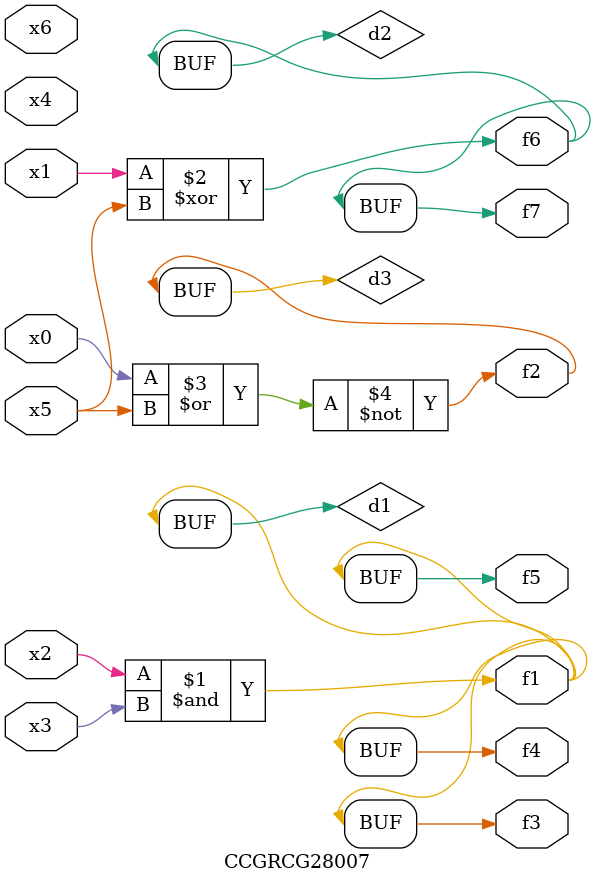
<source format=v>
module CCGRCG28007(
	input x0, x1, x2, x3, x4, x5, x6,
	output f1, f2, f3, f4, f5, f6, f7
);

	wire d1, d2, d3;

	and (d1, x2, x3);
	xor (d2, x1, x5);
	nor (d3, x0, x5);
	assign f1 = d1;
	assign f2 = d3;
	assign f3 = d1;
	assign f4 = d1;
	assign f5 = d1;
	assign f6 = d2;
	assign f7 = d2;
endmodule

</source>
